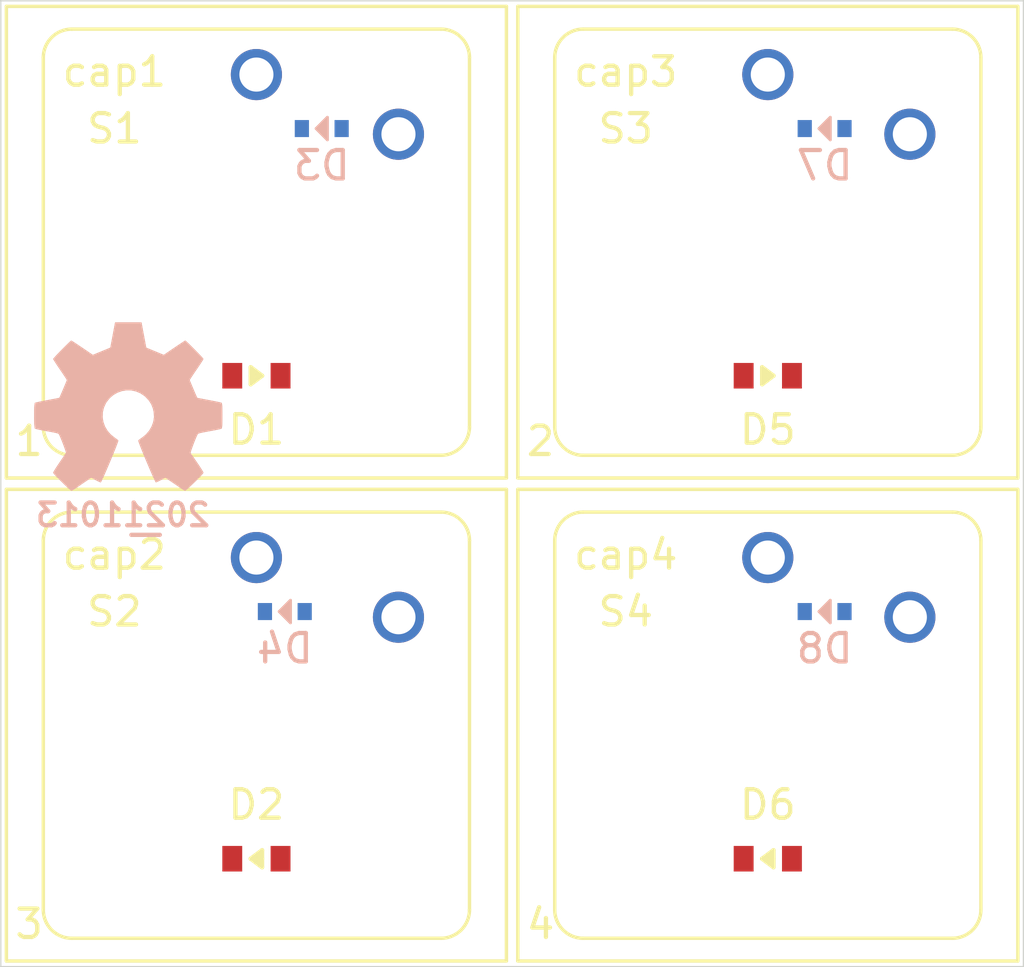
<source format=kicad_pcb>
(kicad_pcb (version 20171130) (host pcbnew 5.1.10-88a1d61d58~90~ubuntu21.04.1)

  (general
    (thickness 1.6)
    (drawings 4)
    (tracks 0)
    (zones 0)
    (modules 18)
    (nets 13)
  )

  (page A4)
  (layers
    (0 F.Cu signal)
    (31 B.Cu signal)
    (32 B.Adhes user)
    (33 F.Adhes user)
    (34 B.Paste user)
    (35 F.Paste user)
    (36 B.SilkS user)
    (37 F.SilkS user)
    (38 B.Mask user)
    (39 F.Mask user)
    (40 Dwgs.User user)
    (41 Cmts.User user)
    (42 Eco1.User user)
    (43 Eco2.User user)
    (44 Edge.Cuts user)
    (45 Margin user)
    (46 B.CrtYd user)
    (47 F.CrtYd user)
    (48 B.Fab user)
    (49 F.Fab user)
  )

  (setup
    (last_trace_width 0.2)
    (user_trace_width 0.2)
    (user_trace_width 0.3)
    (user_trace_width 0.4)
    (user_trace_width 0.6)
    (user_trace_width 0.8)
    (user_trace_width 1)
    (user_trace_width 1.2)
    (user_trace_width 1.4)
    (user_trace_width 1.6)
    (user_trace_width 2)
    (trace_clearance 0.2)
    (zone_clearance 0.508)
    (zone_45_only no)
    (trace_min 0.1)
    (via_size 0.6)
    (via_drill 0.3)
    (via_min_size 0.5)
    (via_min_drill 0.3)
    (user_via 0.6 0.3)
    (user_via 0.7 0.4)
    (user_via 0.8 0.5)
    (user_via 0.9 0.6)
    (user_via 1.1 0.8)
    (user_via 1.4 1)
    (user_via 1.6 1.2)
    (user_via 1.8 1.4)
    (user_via 2 1.6)
    (user_via 2.5 2)
    (uvia_size 0.3)
    (uvia_drill 0.1)
    (uvias_allowed no)
    (uvia_min_size 0.2)
    (uvia_min_drill 0.1)
    (edge_width 0.05)
    (segment_width 0.2)
    (pcb_text_width 0.3)
    (pcb_text_size 1.5 1.5)
    (mod_edge_width 0.12)
    (mod_text_size 0.8 0.8)
    (mod_text_width 0.12)
    (pad_size 1.524 1.524)
    (pad_drill 0.762)
    (pad_to_mask_clearance 0)
    (pad_to_paste_clearance_ratio -0.1)
    (aux_axis_origin 0 0)
    (visible_elements FFFFFF7F)
    (pcbplotparams
      (layerselection 0x010fc_ffffffff)
      (usegerberextensions false)
      (usegerberattributes true)
      (usegerberadvancedattributes true)
      (creategerberjobfile true)
      (excludeedgelayer true)
      (linewidth 0.100000)
      (plotframeref false)
      (viasonmask false)
      (mode 1)
      (useauxorigin false)
      (hpglpennumber 1)
      (hpglpenspeed 20)
      (hpglpendiameter 15.000000)
      (psnegative false)
      (psa4output false)
      (plotreference true)
      (plotvalue true)
      (plotinvisibletext false)
      (padsonsilk false)
      (subtractmaskfromsilk false)
      (outputformat 1)
      (mirror false)
      (drillshape 1)
      (scaleselection 1)
      (outputdirectory ""))
  )

  (net 0 "")
  (net 1 /LEDA1)
  (net 2 /LEDC1)
  (net 3 /LEDC2)
  (net 4 "Net-(D3-Pad2)")
  (net 5 /SWR1)
  (net 6 "Net-(D4-Pad2)")
  (net 7 /SWR2)
  (net 8 /LEDA2)
  (net 9 "Net-(D7-Pad2)")
  (net 10 "Net-(D8-Pad2)")
  (net 11 /SWC1)
  (net 12 /SWC2)

  (net_class Default "This is the default net class."
    (clearance 0.2)
    (trace_width 0.2)
    (via_dia 0.6)
    (via_drill 0.3)
    (uvia_dia 0.3)
    (uvia_drill 0.1)
    (add_net /LEDA1)
    (add_net /LEDA2)
    (add_net /LEDC1)
    (add_net /LEDC2)
    (add_net /SWC1)
    (add_net /SWC2)
    (add_net /SWR1)
    (add_net /SWR2)
    (add_net "Net-(D3-Pad2)")
    (add_net "Net-(D4-Pad2)")
    (add_net "Net-(D7-Pad2)")
    (add_net "Net-(D8-Pad2)")
  )

  (module SquantorSwitches:KAILH_choc_LED (layer F.Cu) (tedit 616731E8) (tstamp 61679065)
    (at 172 83)
    (path /6168B77E)
    (fp_text reference S4 (at -5 -4) (layer F.SilkS)
      (effects (font (size 1 1) (thickness 0.15)))
    )
    (fp_text value choc (at 0 3) (layer F.Fab)
      (effects (font (size 1 1) (thickness 0.15)))
    )
    (fp_text user LED (at 1.1 5.4) (layer F.Fab)
      (effects (font (size 0.5 0.5) (thickness 0.1)))
    )
    (fp_arc (start 6.5 6.5) (end 6.5 7.5) (angle -90) (layer F.SilkS) (width 0.12))
    (fp_arc (start -6.5 6.5) (end -7.5 6.5) (angle -90) (layer F.SilkS) (width 0.12))
    (fp_arc (start -6.5 -6.5) (end -6.5 -7.5) (angle -90) (layer F.SilkS) (width 0.12))
    (fp_arc (start 6.5 -6.5) (end 7.5 -6.5) (angle -90) (layer F.SilkS) (width 0.12))
    (fp_circle (center 0 4.7) (end 0.3 4.7) (layer F.Fab) (width 0.12))
    (fp_line (start 6.5 7.5) (end -6.5 7.5) (layer F.SilkS) (width 0.12))
    (fp_line (start 7.5 -6.5) (end 7.5 6.5) (layer F.SilkS) (width 0.12))
    (fp_line (start -6.5 -7.5) (end 6.5 -7.5) (layer F.SilkS) (width 0.12))
    (fp_line (start -7.5 6.5) (end -7.5 -6.5) (layer F.SilkS) (width 0.12))
    (pad 2 thru_hole circle (at 5 -3.8) (size 1.8 1.8) (drill 1.2) (layers *.Cu *.Mask)
      (net 10 "Net-(D8-Pad2)"))
    (pad 1 thru_hole circle (at 0 -5.9) (size 1.8 1.8) (drill 1.2) (layers *.Cu *.Mask)
      (net 12 /SWC2))
    (pad "" np_thru_hole circle (at 5.5 0) (size 1.9 1.9) (drill 1.9) (layers *.Cu *.Mask))
    (pad "" np_thru_hole circle (at -5.5 0) (size 1.9 1.9) (drill 1.9) (layers *.Cu *.Mask))
    (pad "" np_thru_hole circle (at 0 0) (size 3.4 3.4) (drill 3.4) (layers *.Cu *.Mask))
  )

  (module SquantorSwitches:KAILH_choc_LED (layer F.Cu) (tedit 616731E8) (tstamp 61679052)
    (at 172 66)
    (path /6168B6ED)
    (fp_text reference S3 (at -5 -4) (layer F.SilkS)
      (effects (font (size 1 1) (thickness 0.15)))
    )
    (fp_text value choc (at 0 3) (layer F.Fab)
      (effects (font (size 1 1) (thickness 0.15)))
    )
    (fp_text user LED (at 1.1 5.4) (layer F.Fab)
      (effects (font (size 0.5 0.5) (thickness 0.1)))
    )
    (fp_arc (start 6.5 6.5) (end 6.5 7.5) (angle -90) (layer F.SilkS) (width 0.12))
    (fp_arc (start -6.5 6.5) (end -7.5 6.5) (angle -90) (layer F.SilkS) (width 0.12))
    (fp_arc (start -6.5 -6.5) (end -6.5 -7.5) (angle -90) (layer F.SilkS) (width 0.12))
    (fp_arc (start 6.5 -6.5) (end 7.5 -6.5) (angle -90) (layer F.SilkS) (width 0.12))
    (fp_circle (center 0 4.7) (end 0.3 4.7) (layer F.Fab) (width 0.12))
    (fp_line (start 6.5 7.5) (end -6.5 7.5) (layer F.SilkS) (width 0.12))
    (fp_line (start 7.5 -6.5) (end 7.5 6.5) (layer F.SilkS) (width 0.12))
    (fp_line (start -6.5 -7.5) (end 6.5 -7.5) (layer F.SilkS) (width 0.12))
    (fp_line (start -7.5 6.5) (end -7.5 -6.5) (layer F.SilkS) (width 0.12))
    (pad 2 thru_hole circle (at 5 -3.8) (size 1.8 1.8) (drill 1.2) (layers *.Cu *.Mask)
      (net 9 "Net-(D7-Pad2)"))
    (pad 1 thru_hole circle (at 0 -5.9) (size 1.8 1.8) (drill 1.2) (layers *.Cu *.Mask)
      (net 12 /SWC2))
    (pad "" np_thru_hole circle (at 5.5 0) (size 1.9 1.9) (drill 1.9) (layers *.Cu *.Mask))
    (pad "" np_thru_hole circle (at -5.5 0) (size 1.9 1.9) (drill 1.9) (layers *.Cu *.Mask))
    (pad "" np_thru_hole circle (at 0 0) (size 3.4 3.4) (drill 3.4) (layers *.Cu *.Mask))
  )

  (module SquantorSwitches:KAILH_choc_LED (layer F.Cu) (tedit 616731E8) (tstamp 6167903F)
    (at 154 83)
    (path /61689BAE)
    (fp_text reference S2 (at -5 -4) (layer F.SilkS)
      (effects (font (size 1 1) (thickness 0.15)))
    )
    (fp_text value choc (at 0 3) (layer F.Fab)
      (effects (font (size 1 1) (thickness 0.15)))
    )
    (fp_text user LED (at 1.1 5.4) (layer F.Fab)
      (effects (font (size 0.5 0.5) (thickness 0.1)))
    )
    (fp_arc (start 6.5 6.5) (end 6.5 7.5) (angle -90) (layer F.SilkS) (width 0.12))
    (fp_arc (start -6.5 6.5) (end -7.5 6.5) (angle -90) (layer F.SilkS) (width 0.12))
    (fp_arc (start -6.5 -6.5) (end -6.5 -7.5) (angle -90) (layer F.SilkS) (width 0.12))
    (fp_arc (start 6.5 -6.5) (end 7.5 -6.5) (angle -90) (layer F.SilkS) (width 0.12))
    (fp_circle (center 0 4.7) (end 0.3 4.7) (layer F.Fab) (width 0.12))
    (fp_line (start 6.5 7.5) (end -6.5 7.5) (layer F.SilkS) (width 0.12))
    (fp_line (start 7.5 -6.5) (end 7.5 6.5) (layer F.SilkS) (width 0.12))
    (fp_line (start -6.5 -7.5) (end 6.5 -7.5) (layer F.SilkS) (width 0.12))
    (fp_line (start -7.5 6.5) (end -7.5 -6.5) (layer F.SilkS) (width 0.12))
    (pad 2 thru_hole circle (at 5 -3.8) (size 1.8 1.8) (drill 1.2) (layers *.Cu *.Mask)
      (net 6 "Net-(D4-Pad2)"))
    (pad 1 thru_hole circle (at 0 -5.9) (size 1.8 1.8) (drill 1.2) (layers *.Cu *.Mask)
      (net 11 /SWC1))
    (pad "" np_thru_hole circle (at 5.5 0) (size 1.9 1.9) (drill 1.9) (layers *.Cu *.Mask))
    (pad "" np_thru_hole circle (at -5.5 0) (size 1.9 1.9) (drill 1.9) (layers *.Cu *.Mask))
    (pad "" np_thru_hole circle (at 0 0) (size 3.4 3.4) (drill 3.4) (layers *.Cu *.Mask))
  )

  (module SquantorSwitches:KAILH_choc_LED (layer F.Cu) (tedit 616731E8) (tstamp 6167902C)
    (at 154 66)
    (path /616765B0)
    (fp_text reference S1 (at -5 -4) (layer F.SilkS)
      (effects (font (size 1 1) (thickness 0.15)))
    )
    (fp_text value choc (at 0 3) (layer F.Fab)
      (effects (font (size 1 1) (thickness 0.15)))
    )
    (fp_text user LED (at 1.1 5.4) (layer F.Fab)
      (effects (font (size 0.5 0.5) (thickness 0.1)))
    )
    (fp_arc (start 6.5 6.5) (end 6.5 7.5) (angle -90) (layer F.SilkS) (width 0.12))
    (fp_arc (start -6.5 6.5) (end -7.5 6.5) (angle -90) (layer F.SilkS) (width 0.12))
    (fp_arc (start -6.5 -6.5) (end -6.5 -7.5) (angle -90) (layer F.SilkS) (width 0.12))
    (fp_arc (start 6.5 -6.5) (end 7.5 -6.5) (angle -90) (layer F.SilkS) (width 0.12))
    (fp_circle (center 0 4.7) (end 0.3 4.7) (layer F.Fab) (width 0.12))
    (fp_line (start 6.5 7.5) (end -6.5 7.5) (layer F.SilkS) (width 0.12))
    (fp_line (start 7.5 -6.5) (end 7.5 6.5) (layer F.SilkS) (width 0.12))
    (fp_line (start -6.5 -7.5) (end 6.5 -7.5) (layer F.SilkS) (width 0.12))
    (fp_line (start -7.5 6.5) (end -7.5 -6.5) (layer F.SilkS) (width 0.12))
    (pad 2 thru_hole circle (at 5 -3.8) (size 1.8 1.8) (drill 1.2) (layers *.Cu *.Mask)
      (net 4 "Net-(D3-Pad2)"))
    (pad 1 thru_hole circle (at 0 -5.9) (size 1.8 1.8) (drill 1.2) (layers *.Cu *.Mask)
      (net 11 /SWC1))
    (pad "" np_thru_hole circle (at 5.5 0) (size 1.9 1.9) (drill 1.9) (layers *.Cu *.Mask))
    (pad "" np_thru_hole circle (at -5.5 0) (size 1.9 1.9) (drill 1.9) (layers *.Cu *.Mask))
    (pad "" np_thru_hole circle (at 0 0) (size 3.4 3.4) (drill 3.4) (layers *.Cu *.Mask))
  )

  (module SquantorDiodes:SOD-523 (layer B.Cu) (tedit 5EE291A2) (tstamp 61679009)
    (at 174 79)
    (path /6168B788)
    (fp_text reference D8 (at 0 1.3) (layer B.SilkS)
      (effects (font (size 1 1) (thickness 0.15)) (justify mirror))
    )
    (fp_text value D (at 0 -1.4) (layer B.Fab)
      (effects (font (size 1 1) (thickness 0.15)) (justify mirror))
    )
    (fp_line (start -1.1 0.6) (end 1.1 0.6) (layer B.CrtYd) (width 0.05))
    (fp_line (start 1.1 0.6) (end 1.1 -0.6) (layer B.CrtYd) (width 0.05))
    (fp_line (start 1.1 -0.6) (end -1.1 -0.6) (layer B.CrtYd) (width 0.05))
    (fp_line (start -1.1 -0.6) (end -1.1 0.6) (layer B.CrtYd) (width 0.05))
    (fp_poly (pts (xy 0.2 -0.4) (xy -0.2 0) (xy 0.2 0.4)) (layer B.SilkS) (width 0.1))
    (pad 2 smd rect (at 0.7 0) (size 0.5 0.6) (layers B.Cu B.Paste B.Mask)
      (net 10 "Net-(D8-Pad2)"))
    (pad 1 smd rect (at -0.7 0) (size 0.5 0.6) (layers B.Cu B.Paste B.Mask)
      (net 7 /SWR2))
    (model ${KISYS3DMOD}/Diode_SMD.3dshapes/D_SOD-523.step
      (at (xyz 0 0 0))
      (scale (xyz 1 1 1))
      (rotate (xyz 0 0 0))
    )
  )

  (module SquantorDiodes:SOD-523 (layer B.Cu) (tedit 5EE291A2) (tstamp 61678FFE)
    (at 174 62)
    (path /6168B773)
    (fp_text reference D7 (at 0 1.3) (layer B.SilkS)
      (effects (font (size 1 1) (thickness 0.15)) (justify mirror))
    )
    (fp_text value D (at 0 -1.4) (layer B.Fab)
      (effects (font (size 1 1) (thickness 0.15)) (justify mirror))
    )
    (fp_line (start -1.1 0.6) (end 1.1 0.6) (layer B.CrtYd) (width 0.05))
    (fp_line (start 1.1 0.6) (end 1.1 -0.6) (layer B.CrtYd) (width 0.05))
    (fp_line (start 1.1 -0.6) (end -1.1 -0.6) (layer B.CrtYd) (width 0.05))
    (fp_line (start -1.1 -0.6) (end -1.1 0.6) (layer B.CrtYd) (width 0.05))
    (fp_poly (pts (xy 0.2 -0.4) (xy -0.2 0) (xy 0.2 0.4)) (layer B.SilkS) (width 0.1))
    (pad 2 smd rect (at 0.7 0) (size 0.5 0.6) (layers B.Cu B.Paste B.Mask)
      (net 9 "Net-(D7-Pad2)"))
    (pad 1 smd rect (at -0.7 0) (size 0.5 0.6) (layers B.Cu B.Paste B.Mask)
      (net 5 /SWR1))
    (model ${KISYS3DMOD}/Diode_SMD.3dshapes/D_SOD-523.step
      (at (xyz 0 0 0))
      (scale (xyz 1 1 1))
      (rotate (xyz 0 0 0))
    )
  )

  (module SquantorDiodes:LED_0603_hand (layer F.Cu) (tedit 5D43FE44) (tstamp 61678FF3)
    (at 172 87.7)
    (descr "LED SMD 0603, reflow soldering, general purpose")
    (tags "LED 0603")
    (path /6167D1E5)
    (attr smd)
    (fp_text reference D6 (at 0 -1.9) (layer F.SilkS)
      (effects (font (size 1 1) (thickness 0.15)))
    )
    (fp_text value LED (at 0 1.9) (layer F.Fab)
      (effects (font (size 1 1) (thickness 0.15)))
    )
    (fp_line (start -0.8 0.4) (end -0.8 -0.4) (layer F.Fab) (width 0.1))
    (fp_line (start 0.8 0.4) (end -0.8 0.4) (layer F.Fab) (width 0.1))
    (fp_line (start 0.8 -0.4) (end 0.8 0.4) (layer F.Fab) (width 0.1))
    (fp_line (start -0.8 -0.4) (end 0.8 -0.4) (layer F.Fab) (width 0.1))
    (fp_line (start -1.5 -0.7) (end 1.5 -0.7) (layer F.CrtYd) (width 0.05))
    (fp_line (start -1.5 0.7) (end 1.5 0.7) (layer F.CrtYd) (width 0.05))
    (fp_line (start -1.5 -0.7) (end -1.5 0.7) (layer F.CrtYd) (width 0.05))
    (fp_line (start 1.5 -0.7) (end 1.5 0.7) (layer F.CrtYd) (width 0.05))
    (fp_line (start 0.2 -0.3) (end -0.2 0) (layer F.SilkS) (width 0.15))
    (fp_line (start -0.2 0) (end 0.2 0.3) (layer F.SilkS) (width 0.15))
    (fp_line (start 0.2 0.3) (end 0.2 -0.3) (layer F.SilkS) (width 0.15))
    (fp_line (start -0.2 0) (end 0.2 0) (layer F.SilkS) (width 0.15))
    (fp_line (start 0.1 -0.2) (end 0.1 0.2) (layer F.SilkS) (width 0.15))
    (pad 2 smd rect (at 0.85 0) (size 0.7 0.9) (layers F.Cu F.Paste F.Mask)
      (net 8 /LEDA2))
    (pad 1 smd rect (at -0.85 0) (size 0.7 0.9) (layers F.Cu F.Paste F.Mask)
      (net 3 /LEDC2))
    (model ${KISYS3DMOD}/LED_SMD.3dshapes/LED_0603_1608Metric.step
      (at (xyz 0 0 0))
      (scale (xyz 1 1 1))
      (rotate (xyz 0 0 0))
    )
  )

  (module SquantorDiodes:LED_0603_hand (layer F.Cu) (tedit 5D43FE44) (tstamp 61678FE0)
    (at 172 70.7 180)
    (descr "LED SMD 0603, reflow soldering, general purpose")
    (tags "LED 0603")
    (path /6167D14F)
    (attr smd)
    (fp_text reference D5 (at 0 -1.9) (layer F.SilkS)
      (effects (font (size 1 1) (thickness 0.15)))
    )
    (fp_text value LED (at 0 1.9) (layer F.Fab)
      (effects (font (size 1 1) (thickness 0.15)))
    )
    (fp_line (start -0.8 0.4) (end -0.8 -0.4) (layer F.Fab) (width 0.1))
    (fp_line (start 0.8 0.4) (end -0.8 0.4) (layer F.Fab) (width 0.1))
    (fp_line (start 0.8 -0.4) (end 0.8 0.4) (layer F.Fab) (width 0.1))
    (fp_line (start -0.8 -0.4) (end 0.8 -0.4) (layer F.Fab) (width 0.1))
    (fp_line (start -1.5 -0.7) (end 1.5 -0.7) (layer F.CrtYd) (width 0.05))
    (fp_line (start -1.5 0.7) (end 1.5 0.7) (layer F.CrtYd) (width 0.05))
    (fp_line (start -1.5 -0.7) (end -1.5 0.7) (layer F.CrtYd) (width 0.05))
    (fp_line (start 1.5 -0.7) (end 1.5 0.7) (layer F.CrtYd) (width 0.05))
    (fp_line (start 0.2 -0.3) (end -0.2 0) (layer F.SilkS) (width 0.15))
    (fp_line (start -0.2 0) (end 0.2 0.3) (layer F.SilkS) (width 0.15))
    (fp_line (start 0.2 0.3) (end 0.2 -0.3) (layer F.SilkS) (width 0.15))
    (fp_line (start -0.2 0) (end 0.2 0) (layer F.SilkS) (width 0.15))
    (fp_line (start 0.1 -0.2) (end 0.1 0.2) (layer F.SilkS) (width 0.15))
    (pad 2 smd rect (at 0.85 0 180) (size 0.7 0.9) (layers F.Cu F.Paste F.Mask)
      (net 8 /LEDA2))
    (pad 1 smd rect (at -0.85 0 180) (size 0.7 0.9) (layers F.Cu F.Paste F.Mask)
      (net 2 /LEDC1))
    (model ${KISYS3DMOD}/LED_SMD.3dshapes/LED_0603_1608Metric.step
      (at (xyz 0 0 0))
      (scale (xyz 1 1 1))
      (rotate (xyz 0 0 0))
    )
  )

  (module SquantorDiodes:SOD-523 (layer B.Cu) (tedit 5EE291A2) (tstamp 61678FCD)
    (at 155 79)
    (path /61689C10)
    (fp_text reference D4 (at 0 1.3) (layer B.SilkS)
      (effects (font (size 1 1) (thickness 0.15)) (justify mirror))
    )
    (fp_text value D (at 0 -1.4) (layer B.Fab)
      (effects (font (size 1 1) (thickness 0.15)) (justify mirror))
    )
    (fp_line (start -1.1 0.6) (end 1.1 0.6) (layer B.CrtYd) (width 0.05))
    (fp_line (start 1.1 0.6) (end 1.1 -0.6) (layer B.CrtYd) (width 0.05))
    (fp_line (start 1.1 -0.6) (end -1.1 -0.6) (layer B.CrtYd) (width 0.05))
    (fp_line (start -1.1 -0.6) (end -1.1 0.6) (layer B.CrtYd) (width 0.05))
    (fp_poly (pts (xy 0.2 -0.4) (xy -0.2 0) (xy 0.2 0.4)) (layer B.SilkS) (width 0.1))
    (pad 2 smd rect (at 0.7 0) (size 0.5 0.6) (layers B.Cu B.Paste B.Mask)
      (net 6 "Net-(D4-Pad2)"))
    (pad 1 smd rect (at -0.7 0) (size 0.5 0.6) (layers B.Cu B.Paste B.Mask)
      (net 7 /SWR2))
    (model ${KISYS3DMOD}/Diode_SMD.3dshapes/D_SOD-523.step
      (at (xyz 0 0 0))
      (scale (xyz 1 1 1))
      (rotate (xyz 0 0 0))
    )
  )

  (module SquantorDiodes:SOD-523 (layer B.Cu) (tedit 5EE291A2) (tstamp 61678FC2)
    (at 156.3 62)
    (path /6167E7F4)
    (fp_text reference D3 (at 0 1.3) (layer B.SilkS)
      (effects (font (size 1 1) (thickness 0.15)) (justify mirror))
    )
    (fp_text value D (at 0 -1.4) (layer B.Fab)
      (effects (font (size 1 1) (thickness 0.15)) (justify mirror))
    )
    (fp_line (start -1.1 0.6) (end 1.1 0.6) (layer B.CrtYd) (width 0.05))
    (fp_line (start 1.1 0.6) (end 1.1 -0.6) (layer B.CrtYd) (width 0.05))
    (fp_line (start 1.1 -0.6) (end -1.1 -0.6) (layer B.CrtYd) (width 0.05))
    (fp_line (start -1.1 -0.6) (end -1.1 0.6) (layer B.CrtYd) (width 0.05))
    (fp_poly (pts (xy 0.2 -0.4) (xy -0.2 0) (xy 0.2 0.4)) (layer B.SilkS) (width 0.1))
    (pad 2 smd rect (at 0.7 0) (size 0.5 0.6) (layers B.Cu B.Paste B.Mask)
      (net 4 "Net-(D3-Pad2)"))
    (pad 1 smd rect (at -0.7 0) (size 0.5 0.6) (layers B.Cu B.Paste B.Mask)
      (net 5 /SWR1))
    (model ${KISYS3DMOD}/Diode_SMD.3dshapes/D_SOD-523.step
      (at (xyz 0 0 0))
      (scale (xyz 1 1 1))
      (rotate (xyz 0 0 0))
    )
  )

  (module SquantorDiodes:LED_0603_hand (layer F.Cu) (tedit 5D43FE44) (tstamp 61678FB7)
    (at 154 87.7)
    (descr "LED SMD 0603, reflow soldering, general purpose")
    (tags "LED 0603")
    (path /6167B613)
    (attr smd)
    (fp_text reference D2 (at 0 -1.9) (layer F.SilkS)
      (effects (font (size 1 1) (thickness 0.15)))
    )
    (fp_text value LED (at 0 1.9) (layer F.Fab)
      (effects (font (size 1 1) (thickness 0.15)))
    )
    (fp_line (start -0.8 0.4) (end -0.8 -0.4) (layer F.Fab) (width 0.1))
    (fp_line (start 0.8 0.4) (end -0.8 0.4) (layer F.Fab) (width 0.1))
    (fp_line (start 0.8 -0.4) (end 0.8 0.4) (layer F.Fab) (width 0.1))
    (fp_line (start -0.8 -0.4) (end 0.8 -0.4) (layer F.Fab) (width 0.1))
    (fp_line (start -1.5 -0.7) (end 1.5 -0.7) (layer F.CrtYd) (width 0.05))
    (fp_line (start -1.5 0.7) (end 1.5 0.7) (layer F.CrtYd) (width 0.05))
    (fp_line (start -1.5 -0.7) (end -1.5 0.7) (layer F.CrtYd) (width 0.05))
    (fp_line (start 1.5 -0.7) (end 1.5 0.7) (layer F.CrtYd) (width 0.05))
    (fp_line (start 0.2 -0.3) (end -0.2 0) (layer F.SilkS) (width 0.15))
    (fp_line (start -0.2 0) (end 0.2 0.3) (layer F.SilkS) (width 0.15))
    (fp_line (start 0.2 0.3) (end 0.2 -0.3) (layer F.SilkS) (width 0.15))
    (fp_line (start -0.2 0) (end 0.2 0) (layer F.SilkS) (width 0.15))
    (fp_line (start 0.1 -0.2) (end 0.1 0.2) (layer F.SilkS) (width 0.15))
    (pad 2 smd rect (at 0.85 0) (size 0.7 0.9) (layers F.Cu F.Paste F.Mask)
      (net 1 /LEDA1))
    (pad 1 smd rect (at -0.85 0) (size 0.7 0.9) (layers F.Cu F.Paste F.Mask)
      (net 3 /LEDC2))
    (model ${KISYS3DMOD}/LED_SMD.3dshapes/LED_0603_1608Metric.step
      (at (xyz 0 0 0))
      (scale (xyz 1 1 1))
      (rotate (xyz 0 0 0))
    )
  )

  (module SquantorDiodes:LED_0603_hand (layer F.Cu) (tedit 5D43FE44) (tstamp 61678FA4)
    (at 154 70.7 180)
    (descr "LED SMD 0603, reflow soldering, general purpose")
    (tags "LED 0603")
    (path /61672956)
    (attr smd)
    (fp_text reference D1 (at 0 -1.9) (layer F.SilkS)
      (effects (font (size 1 1) (thickness 0.15)))
    )
    (fp_text value LED (at 0 1.9) (layer F.Fab)
      (effects (font (size 1 1) (thickness 0.15)))
    )
    (fp_line (start -0.8 0.4) (end -0.8 -0.4) (layer F.Fab) (width 0.1))
    (fp_line (start 0.8 0.4) (end -0.8 0.4) (layer F.Fab) (width 0.1))
    (fp_line (start 0.8 -0.4) (end 0.8 0.4) (layer F.Fab) (width 0.1))
    (fp_line (start -0.8 -0.4) (end 0.8 -0.4) (layer F.Fab) (width 0.1))
    (fp_line (start -1.5 -0.7) (end 1.5 -0.7) (layer F.CrtYd) (width 0.05))
    (fp_line (start -1.5 0.7) (end 1.5 0.7) (layer F.CrtYd) (width 0.05))
    (fp_line (start -1.5 -0.7) (end -1.5 0.7) (layer F.CrtYd) (width 0.05))
    (fp_line (start 1.5 -0.7) (end 1.5 0.7) (layer F.CrtYd) (width 0.05))
    (fp_line (start 0.2 -0.3) (end -0.2 0) (layer F.SilkS) (width 0.15))
    (fp_line (start -0.2 0) (end 0.2 0.3) (layer F.SilkS) (width 0.15))
    (fp_line (start 0.2 0.3) (end 0.2 -0.3) (layer F.SilkS) (width 0.15))
    (fp_line (start -0.2 0) (end 0.2 0) (layer F.SilkS) (width 0.15))
    (fp_line (start 0.1 -0.2) (end 0.1 0.2) (layer F.SilkS) (width 0.15))
    (pad 2 smd rect (at 0.85 0 180) (size 0.7 0.9) (layers F.Cu F.Paste F.Mask)
      (net 1 /LEDA1))
    (pad 1 smd rect (at -0.85 0 180) (size 0.7 0.9) (layers F.Cu F.Paste F.Mask)
      (net 2 /LEDC1))
    (model ${KISYS3DMOD}/LED_SMD.3dshapes/LED_0603_1608Metric.step
      (at (xyz 0 0 0))
      (scale (xyz 1 1 1))
      (rotate (xyz 0 0 0))
    )
  )

  (module SquantorSwitches:KAILH_choc_keycap_1 (layer F.Cu) (tedit 61672E3E) (tstamp 61678F91)
    (at 172 83)
    (path /6167911E)
    (fp_text reference cap4 (at -5 -6) (layer F.SilkS)
      (effects (font (size 1 1) (thickness 0.15)))
    )
    (fp_text value 4 (at -8 7) (layer F.SilkS)
      (effects (font (size 1 1) (thickness 0.15)))
    )
    (fp_line (start -8.8 8.3) (end -8.8 -8.3) (layer F.SilkS) (width 0.12))
    (fp_line (start -8.8 -8.3) (end 8.8 -8.3) (layer F.SilkS) (width 0.12))
    (fp_line (start 8.8 -8.3) (end 8.8 8.3) (layer F.SilkS) (width 0.12))
    (fp_line (start 8.8 8.3) (end -8.8 8.3) (layer F.SilkS) (width 0.12))
  )

  (module SquantorSwitches:KAILH_choc_keycap_1 (layer F.Cu) (tedit 61672E3E) (tstamp 61678F89)
    (at 172 66)
    (path /616781F9)
    (fp_text reference cap3 (at -5 -6) (layer F.SilkS)
      (effects (font (size 1 1) (thickness 0.15)))
    )
    (fp_text value 2 (at -8 7) (layer F.SilkS)
      (effects (font (size 1 1) (thickness 0.15)))
    )
    (fp_line (start -8.8 8.3) (end -8.8 -8.3) (layer F.SilkS) (width 0.12))
    (fp_line (start -8.8 -8.3) (end 8.8 -8.3) (layer F.SilkS) (width 0.12))
    (fp_line (start 8.8 -8.3) (end 8.8 8.3) (layer F.SilkS) (width 0.12))
    (fp_line (start 8.8 8.3) (end -8.8 8.3) (layer F.SilkS) (width 0.12))
  )

  (module SquantorSwitches:KAILH_choc_keycap_1 (layer F.Cu) (tedit 61672E3E) (tstamp 61678F81)
    (at 154 83)
    (path /616790C4)
    (fp_text reference cap2 (at -5 -6) (layer F.SilkS)
      (effects (font (size 1 1) (thickness 0.15)))
    )
    (fp_text value 3 (at -8 7) (layer F.SilkS)
      (effects (font (size 1 1) (thickness 0.15)))
    )
    (fp_line (start -8.8 8.3) (end -8.8 -8.3) (layer F.SilkS) (width 0.12))
    (fp_line (start -8.8 -8.3) (end 8.8 -8.3) (layer F.SilkS) (width 0.12))
    (fp_line (start 8.8 -8.3) (end 8.8 8.3) (layer F.SilkS) (width 0.12))
    (fp_line (start 8.8 8.3) (end -8.8 8.3) (layer F.SilkS) (width 0.12))
  )

  (module SquantorSwitches:KAILH_choc_keycap_1 (layer F.Cu) (tedit 61672E3E) (tstamp 61678F79)
    (at 154 66)
    (path /6167729D)
    (fp_text reference cap1 (at -5 -6) (layer F.SilkS)
      (effects (font (size 1 1) (thickness 0.15)))
    )
    (fp_text value 1 (at -8 7) (layer F.SilkS)
      (effects (font (size 1 1) (thickness 0.15)))
    )
    (fp_line (start -8.8 8.3) (end -8.8 -8.3) (layer F.SilkS) (width 0.12))
    (fp_line (start -8.8 -8.3) (end 8.8 -8.3) (layer F.SilkS) (width 0.12))
    (fp_line (start 8.8 -8.3) (end 8.8 8.3) (layer F.SilkS) (width 0.12))
    (fp_line (start 8.8 8.3) (end -8.8 8.3) (layer F.SilkS) (width 0.12))
  )

  (module Symbol:OSHW-Symbol_6.7x6mm_SilkScreen (layer B.Cu) (tedit 0) (tstamp 5EE12086)
    (at 149.5 71.8 180)
    (descr "Open Source Hardware Symbol")
    (tags "Logo Symbol OSHW")
    (path /5EE13678)
    (attr virtual)
    (fp_text reference N2 (at 0 0) (layer B.SilkS) hide
      (effects (font (size 1 1) (thickness 0.15)) (justify mirror))
    )
    (fp_text value OHWLOGO (at 0.75 0) (layer B.Fab) hide
      (effects (font (size 1 1) (thickness 0.15)) (justify mirror))
    )
    (fp_poly (pts (xy 0.555814 2.531069) (xy 0.639635 2.086445) (xy 0.94892 1.958947) (xy 1.258206 1.831449)
      (xy 1.629246 2.083754) (xy 1.733157 2.154004) (xy 1.827087 2.216728) (xy 1.906652 2.269062)
      (xy 1.96747 2.308143) (xy 2.005157 2.331107) (xy 2.015421 2.336058) (xy 2.03391 2.323324)
      (xy 2.07342 2.288118) (xy 2.129522 2.234938) (xy 2.197787 2.168282) (xy 2.273786 2.092646)
      (xy 2.353092 2.012528) (xy 2.431275 1.932426) (xy 2.503907 1.856836) (xy 2.566559 1.790255)
      (xy 2.614803 1.737182) (xy 2.64421 1.702113) (xy 2.651241 1.690377) (xy 2.641123 1.66874)
      (xy 2.612759 1.621338) (xy 2.569129 1.552807) (xy 2.513218 1.467785) (xy 2.448006 1.370907)
      (xy 2.410219 1.31565) (xy 2.341343 1.214752) (xy 2.28014 1.123701) (xy 2.229578 1.04703)
      (xy 2.192628 0.989272) (xy 2.172258 0.954957) (xy 2.169197 0.947746) (xy 2.176136 0.927252)
      (xy 2.195051 0.879487) (xy 2.223087 0.811168) (xy 2.257391 0.729011) (xy 2.295109 0.63973)
      (xy 2.333387 0.550042) (xy 2.36937 0.466662) (xy 2.400206 0.396306) (xy 2.423039 0.34569)
      (xy 2.435017 0.321529) (xy 2.435724 0.320578) (xy 2.454531 0.315964) (xy 2.504618 0.305672)
      (xy 2.580793 0.290713) (xy 2.677865 0.272099) (xy 2.790643 0.250841) (xy 2.856442 0.238582)
      (xy 2.97695 0.215638) (xy 3.085797 0.193805) (xy 3.177476 0.174278) (xy 3.246481 0.158252)
      (xy 3.287304 0.146921) (xy 3.295511 0.143326) (xy 3.303548 0.118994) (xy 3.310033 0.064041)
      (xy 3.31497 -0.015108) (xy 3.318364 -0.112026) (xy 3.320218 -0.220287) (xy 3.320538 -0.333465)
      (xy 3.319327 -0.445135) (xy 3.31659 -0.548868) (xy 3.312331 -0.638241) (xy 3.306555 -0.706826)
      (xy 3.299267 -0.748197) (xy 3.294895 -0.75681) (xy 3.268764 -0.767133) (xy 3.213393 -0.781892)
      (xy 3.136107 -0.799352) (xy 3.04423 -0.81778) (xy 3.012158 -0.823741) (xy 2.857524 -0.852066)
      (xy 2.735375 -0.874876) (xy 2.641673 -0.89308) (xy 2.572384 -0.907583) (xy 2.523471 -0.919292)
      (xy 2.490897 -0.929115) (xy 2.470628 -0.937956) (xy 2.458626 -0.946724) (xy 2.456947 -0.948457)
      (xy 2.440184 -0.976371) (xy 2.414614 -1.030695) (xy 2.382788 -1.104777) (xy 2.34726 -1.191965)
      (xy 2.310583 -1.285608) (xy 2.275311 -1.379052) (xy 2.243996 -1.465647) (xy 2.219193 -1.53874)
      (xy 2.203454 -1.591678) (xy 2.199332 -1.617811) (xy 2.199676 -1.618726) (xy 2.213641 -1.640086)
      (xy 2.245322 -1.687084) (xy 2.291391 -1.754827) (xy 2.348518 -1.838423) (xy 2.413373 -1.932982)
      (xy 2.431843 -1.959854) (xy 2.497699 -2.057275) (xy 2.55565 -2.146163) (xy 2.602538 -2.221412)
      (xy 2.635207 -2.27792) (xy 2.6505 -2.310581) (xy 2.651241 -2.314593) (xy 2.638392 -2.335684)
      (xy 2.602888 -2.377464) (xy 2.549293 -2.435445) (xy 2.482171 -2.505135) (xy 2.406087 -2.582045)
      (xy 2.325604 -2.661683) (xy 2.245287 -2.739561) (xy 2.169699 -2.811186) (xy 2.103405 -2.87207)
      (xy 2.050969 -2.917721) (xy 2.016955 -2.94365) (xy 2.007545 -2.947883) (xy 1.985643 -2.937912)
      (xy 1.9408 -2.91102) (xy 1.880321 -2.871736) (xy 1.833789 -2.840117) (xy 1.749475 -2.782098)
      (xy 1.649626 -2.713784) (xy 1.549473 -2.645579) (xy 1.495627 -2.609075) (xy 1.313371 -2.4858)
      (xy 1.160381 -2.56852) (xy 1.090682 -2.604759) (xy 1.031414 -2.632926) (xy 0.991311 -2.648991)
      (xy 0.981103 -2.651226) (xy 0.968829 -2.634722) (xy 0.944613 -2.588082) (xy 0.910263 -2.515609)
      (xy 0.867588 -2.421606) (xy 0.818394 -2.310374) (xy 0.76449 -2.186215) (xy 0.707684 -2.053432)
      (xy 0.649782 -1.916327) (xy 0.592593 -1.779202) (xy 0.537924 -1.646358) (xy 0.487584 -1.522098)
      (xy 0.44338 -1.410725) (xy 0.407119 -1.316539) (xy 0.380609 -1.243844) (xy 0.365658 -1.196941)
      (xy 0.363254 -1.180833) (xy 0.382311 -1.160286) (xy 0.424036 -1.126933) (xy 0.479706 -1.087702)
      (xy 0.484378 -1.084599) (xy 0.628264 -0.969423) (xy 0.744283 -0.835053) (xy 0.83143 -0.685784)
      (xy 0.888699 -0.525913) (xy 0.915086 -0.359737) (xy 0.909585 -0.191552) (xy 0.87119 -0.025655)
      (xy 0.798895 0.133658) (xy 0.777626 0.168513) (xy 0.666996 0.309263) (xy 0.536302 0.422286)
      (xy 0.390064 0.506997) (xy 0.232808 0.562806) (xy 0.069057 0.589126) (xy -0.096667 0.58537)
      (xy -0.259838 0.55095) (xy -0.415935 0.485277) (xy -0.560433 0.387765) (xy -0.605131 0.348187)
      (xy -0.718888 0.224297) (xy -0.801782 0.093876) (xy -0.858644 -0.052315) (xy -0.890313 -0.197088)
      (xy -0.898131 -0.35986) (xy -0.872062 -0.52344) (xy -0.814755 -0.682298) (xy -0.728856 -0.830906)
      (xy -0.617014 -0.963735) (xy -0.481877 -1.075256) (xy -0.464117 -1.087011) (xy -0.40785 -1.125508)
      (xy -0.365077 -1.158863) (xy -0.344628 -1.18016) (xy -0.344331 -1.180833) (xy -0.348721 -1.203871)
      (xy -0.366124 -1.256157) (xy -0.394732 -1.33339) (xy -0.432735 -1.431268) (xy -0.478326 -1.545491)
      (xy -0.529697 -1.671758) (xy -0.585038 -1.805767) (xy -0.642542 -1.943218) (xy -0.700399 -2.079808)
      (xy -0.756802 -2.211237) (xy -0.809942 -2.333205) (xy -0.85801 -2.441409) (xy -0.899199 -2.531549)
      (xy -0.931699 -2.599323) (xy -0.953703 -2.64043) (xy -0.962564 -2.651226) (xy -0.98964 -2.642819)
      (xy -1.040303 -2.620272) (xy -1.105817 -2.587613) (xy -1.141841 -2.56852) (xy -1.294832 -2.4858)
      (xy -1.477088 -2.609075) (xy -1.570125 -2.672228) (xy -1.671985 -2.741727) (xy -1.767438 -2.807165)
      (xy -1.81525 -2.840117) (xy -1.882495 -2.885273) (xy -1.939436 -2.921057) (xy -1.978646 -2.942938)
      (xy -1.991381 -2.947563) (xy -2.009917 -2.935085) (xy -2.050941 -2.900252) (xy -2.110475 -2.846678)
      (xy -2.184542 -2.777983) (xy -2.269165 -2.697781) (xy -2.322685 -2.646286) (xy -2.416319 -2.554286)
      (xy -2.497241 -2.471999) (xy -2.562177 -2.402945) (xy -2.607858 -2.350644) (xy -2.631011 -2.318616)
      (xy -2.633232 -2.312116) (xy -2.622924 -2.287394) (xy -2.594439 -2.237405) (xy -2.550937 -2.167212)
      (xy -2.495577 -2.081875) (xy -2.43152 -1.986456) (xy -2.413303 -1.959854) (xy -2.346927 -1.863167)
      (xy -2.287378 -1.776117) (xy -2.237984 -1.703595) (xy -2.202075 -1.650493) (xy -2.182981 -1.621703)
      (xy -2.181136 -1.618726) (xy -2.183895 -1.595782) (xy -2.198538 -1.545336) (xy -2.222513 -1.474041)
      (xy -2.253266 -1.388547) (xy -2.288244 -1.295507) (xy -2.324893 -1.201574) (xy -2.360661 -1.113399)
      (xy -2.392994 -1.037634) (xy -2.419338 -0.980931) (xy -2.437142 -0.949943) (xy -2.438407 -0.948457)
      (xy -2.449294 -0.939601) (xy -2.467682 -0.930843) (xy -2.497606 -0.921277) (xy -2.543103 -0.909996)
      (xy -2.608209 -0.896093) (xy -2.696961 -0.878663) (xy -2.813393 -0.856798) (xy -2.961542 -0.829591)
      (xy -2.993618 -0.823741) (xy -3.088686 -0.805374) (xy -3.171565 -0.787405) (xy -3.23493 -0.771569)
      (xy -3.271458 -0.7596) (xy -3.276356 -0.75681) (xy -3.284427 -0.732072) (xy -3.290987 -0.67679)
      (xy -3.296033 -0.597389) (xy -3.299559 -0.500296) (xy -3.301561 -0.391938) (xy -3.302036 -0.27874)
      (xy -3.300977 -0.167128) (xy -3.298382 -0.063529) (xy -3.294246 0.025632) (xy -3.288563 0.093928)
      (xy -3.281331 0.134934) (xy -3.276971 0.143326) (xy -3.252698 0.151792) (xy -3.197426 0.165565)
      (xy -3.116662 0.18345) (xy -3.015912 0.204252) (xy -2.900683 0.226777) (xy -2.837902 0.238582)
      (xy -2.718787 0.260849) (xy -2.612565 0.281021) (xy -2.524427 0.298085) (xy -2.459566 0.311031)
      (xy -2.423174 0.318845) (xy -2.417184 0.320578) (xy -2.407061 0.34011) (xy -2.385662 0.387157)
      (xy -2.355839 0.454997) (xy -2.320445 0.536909) (xy -2.282332 0.626172) (xy -2.244353 0.716065)
      (xy -2.20936 0.799865) (xy -2.180206 0.870853) (xy -2.159743 0.922306) (xy -2.150823 0.947503)
      (xy -2.150657 0.948604) (xy -2.160769 0.968481) (xy -2.189117 1.014223) (xy -2.232723 1.081283)
      (xy -2.288606 1.165116) (xy -2.353787 1.261174) (xy -2.391679 1.31635) (xy -2.460725 1.417519)
      (xy -2.52205 1.50937) (xy -2.572663 1.587256) (xy -2.609571 1.646531) (xy -2.629782 1.682549)
      (xy -2.632701 1.690623) (xy -2.620153 1.709416) (xy -2.585463 1.749543) (xy -2.533063 1.806507)
      (xy -2.467384 1.875815) (xy -2.392856 1.952969) (xy -2.313913 2.033475) (xy -2.234983 2.112837)
      (xy -2.1605 2.18656) (xy -2.094894 2.250148) (xy -2.042596 2.299106) (xy -2.008039 2.328939)
      (xy -1.996478 2.336058) (xy -1.977654 2.326047) (xy -1.932631 2.297922) (xy -1.865787 2.254546)
      (xy -1.781499 2.198782) (xy -1.684144 2.133494) (xy -1.610707 2.083754) (xy -1.239667 1.831449)
      (xy -0.621095 2.086445) (xy -0.537275 2.531069) (xy -0.453454 2.975693) (xy 0.471994 2.975693)
      (xy 0.555814 2.531069)) (layer B.SilkS) (width 0.01))
  )

  (module SquantorLabels:Label_Generic (layer B.Cu) (tedit 5D8A7D4C) (tstamp 5EE12051)
    (at 150.1 75.7 180)
    (descr "Label for general purpose use")
    (tags Label)
    (path /5EE12BF3)
    (attr smd)
    (fp_text reference N1 (at 0 -1.85) (layer B.Fab) hide
      (effects (font (size 1 1) (thickness 0.15)) (justify mirror))
    )
    (fp_text value 20211013 (at 0.8 0.1) (layer B.SilkS)
      (effects (font (size 0.8 0.8) (thickness 0.15)) (justify mirror))
    )
    (fp_line (start -0.5 -0.6) (end 0.5 -0.6) (layer B.SilkS) (width 0.15))
  )

  (gr_line (start 181 57.5) (end 145 57.5) (layer Edge.Cuts) (width 0.05) (tstamp 61679D86))
  (gr_line (start 181 91.5) (end 181 57.5) (layer Edge.Cuts) (width 0.05))
  (gr_line (start 145 91.5) (end 181 91.5) (layer Edge.Cuts) (width 0.05))
  (gr_line (start 145 57.5) (end 145 91.5) (layer Edge.Cuts) (width 0.05))

)

</source>
